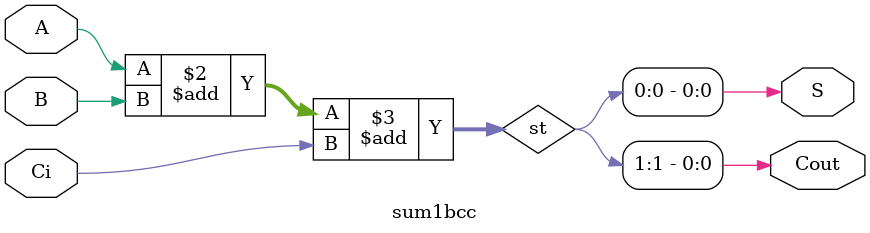
<source format=v>
module sum1bcc (A, B, Ci,Cout,S);
  //se declaran las entradas siendo dos entradas (A y B) variables (ci) siendo la carga del bit de entrada
  //se declaran las salidas siendo la salida (S) una funcion dependiente de (A,B,Ci) y nua carga de salida Cout
  //se declaran las entradas A, B , Ci y salidas Cout , S
  input  A;
  input  B;
  input  Ci;
  output Cout;
  output S;
  
  //se declara un registro (st) el cual pose un tamaño de 2 bits [dede 1:hasta 0] 
  //se le asigna la salida el valor de la posicion 0 del registro y a la caraga el valor de la posicion 1 del registro
  //se crea (st) el cual asigna a la salida y a la entrada el valor 0 y 1 respectivamente
  reg [1:0] st;
  assign S = st[0];
  assign Cout = st[1];
// se crea la operacion la cual funciona siempre que se presente un cabio en las entradas, la funcion es st=A+B+Ci
//cuando st presenta un cambio las salidas a las cuales hace referencia tambien cambian
// se crea la funcion st que depende de los valores en las entradas A, B, Ci
  always @ ( * ) begin
  	st  = 	A+B+Ci;
  end
  
endmodule
// la diferencia con (sum1bcc_primitive.v) es que este hace uso de memorias para evitar el uso de operadores logicos
// se hace el uso de memoria para no utilizar los operadores logicos and,  xor,  or.  
</source>
